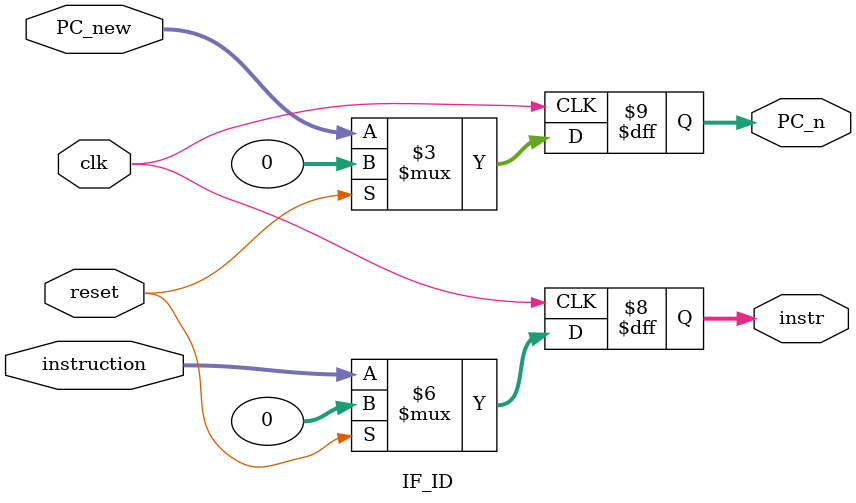
<source format=v>
module IF_ID(
    input clk,
    input reset,
    input [31:0] PC_new,
    input [31:0] instruction,
    output reg [31:0]instr,
    output reg [31:0] PC_n
);

always @(posedge clk) begin
    if(reset) begin
        instr <= 32'b0;
        PC_n <= 32'b0;
    end
    else begin
        instr <= instruction;
        PC_n <= PC_new;
    end
end

endmodule
</source>
